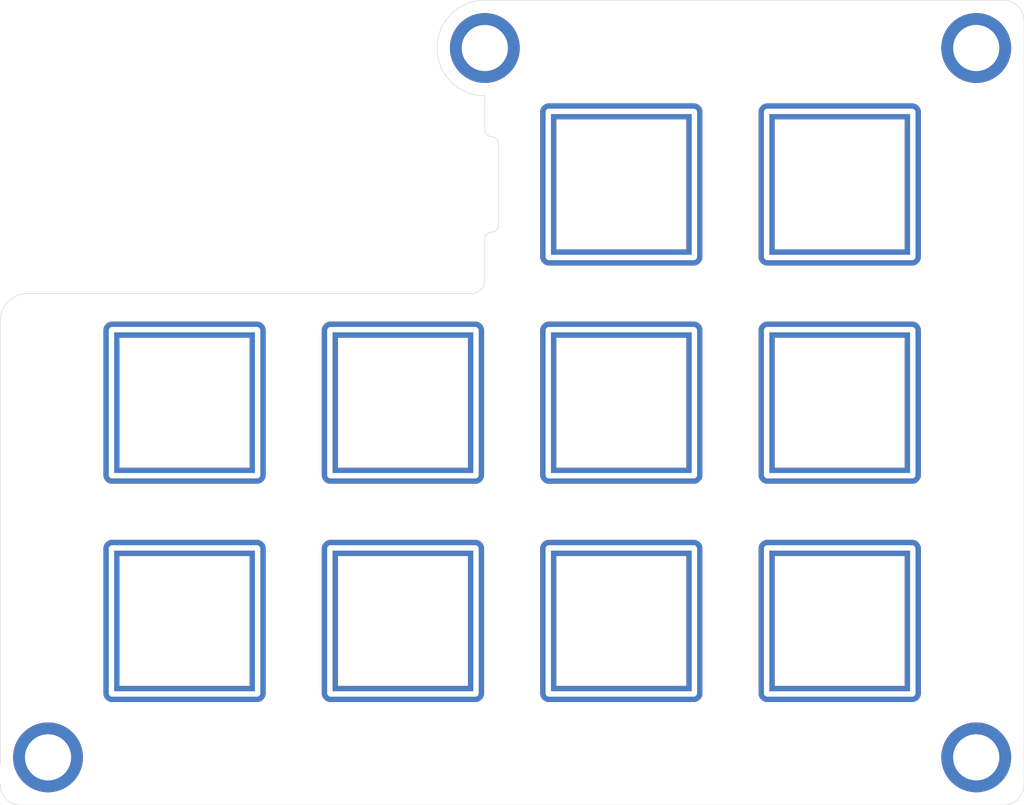
<source format=kicad_pcb>
(kicad_pcb (version 20221018) (generator pcbnew)
  (layers (0 "F.Cu" signal) (31 "B.Cu" signal) (34 "B.Paste" user) (35 "F.Paste" user) (36 "B.SilkS" user "B.Silkscreen") (37 "F.SilkS" user "F.Silkscreen") (38 "B.Mask" user) (39 "F.Mask" user) (44 "Edge.Cuts" user))
  (net 0 "")
  (net 1 "Col2")
  (net 2 "Col3")
  (net 3 "Col0")
  (net 4 "Col1")
  (footprint "kbd:M2_HOLE" (layer "F.Cu") (at 116.84 137.16)
    (fp_text reference "Ref**" hide)
    (fp_text value "Val**" hide)
    (pad "" thru_hole circle (at 0 0) (size 6.5 6.5) (drill 4.3) (layers "*.Cu" "*.Mask"))
  )
  (footprint "kbd:SW_Hole_TH" (layer "F.Cu") (at 129.54 124.46)
    (fp_text reference "SW7" hide)
    (fp_text value "SW_Push" hide)
    (pad "1" thru_hole oval (at -6.8 0) (size 1.5 15) (drill oval 0.5 14) (layers "*.Cu" "*.Mask") (net 3 "Col0"))
    (pad "1" thru_hole oval (at 0 -6.8 90) (size 1.5 15) (drill oval 0.5 14) (layers "*.Cu" "*.Mask") (net 3 "Col0"))
    (pad "1" thru_hole oval (at 0 6.8 90) (size 1.5 15) (drill oval 0.5 14) (layers "*.Cu" "*.Mask") (net 3 "Col0"))
    (pad "1" thru_hole oval (at 6.8 0) (size 1.5 15) (drill oval 0.5 14) (layers "*.Cu" "*.Mask") (net 3 "Col0"))
  )
  (footprint "kbd:SW_Hole_TH" (layer "F.Cu") (at 190.5 83.82)
    (fp_text reference "SW2" hide)
    (fp_text value "SW_Push" hide)
    (pad "1" thru_hole oval (at -6.8 0) (size 1.5 15) (drill oval 0.5 14) (layers "*.Cu" "*.Mask") (net 2 "Col3"))
    (pad "1" thru_hole oval (at 0 -6.8 90) (size 1.5 15) (drill oval 0.5 14) (layers "*.Cu" "*.Mask") (net 2 "Col3"))
    (pad "1" thru_hole oval (at 0 6.8 90) (size 1.5 15) (drill oval 0.5 14) (layers "*.Cu" "*.Mask") (net 2 "Col3"))
    (pad "1" thru_hole oval (at 6.8 0) (size 1.5 15) (drill oval 0.5 14) (layers "*.Cu" "*.Mask") (net 2 "Col3"))
  )
  (footprint "kbd:SW_Hole_TH" (layer "F.Cu") (at 190.5 124.46)
    (fp_text reference "SW10" hide)
    (fp_text value "SW_Push" hide)
    (pad "1" thru_hole oval (at -6.8 0) (size 1.5 15) (drill oval 0.5 14) (layers "*.Cu" "*.Mask") (net 2 "Col3"))
    (pad "1" thru_hole oval (at 0 -6.8 90) (size 1.5 15) (drill oval 0.5 14) (layers "*.Cu" "*.Mask") (net 2 "Col3"))
    (pad "1" thru_hole oval (at 0 6.8 90) (size 1.5 15) (drill oval 0.5 14) (layers "*.Cu" "*.Mask") (net 2 "Col3"))
    (pad "1" thru_hole oval (at 6.8 0) (size 1.5 15) (drill oval 0.5 14) (layers "*.Cu" "*.Mask") (net 2 "Col3"))
  )
  (footprint "kbd:SW_Hole_TH" (layer "F.Cu") (at 170.18 83.82)
    (fp_text reference "SW1" hide)
    (fp_text value "SW_Push" hide)
    (pad "1" thru_hole oval (at -6.8 0) (size 1.5 15) (drill oval 0.5 14) (layers "*.Cu" "*.Mask") (net 1 "Col2"))
    (pad "1" thru_hole oval (at 0 -6.8 90) (size 1.5 15) (drill oval 0.5 14) (layers "*.Cu" "*.Mask") (net 1 "Col2"))
    (pad "1" thru_hole oval (at 0 6.8 90) (size 1.5 15) (drill oval 0.5 14) (layers "*.Cu" "*.Mask") (net 1 "Col2"))
    (pad "1" thru_hole oval (at 6.8 0) (size 1.5 15) (drill oval 0.5 14) (layers "*.Cu" "*.Mask") (net 1 "Col2"))
  )
  (footprint "kbd:M2_HOLE" (layer "F.Cu") (at 203.2 71.12)
    (fp_text reference "Ref**" hide)
    (fp_text value "Val**" hide)
    (pad "" thru_hole circle (at 0 0) (size 6.5 6.5) (drill 4.3) (layers "*.Cu" "*.Mask"))
  )
  (footprint "kbd:SW_Hole_TH" (layer "F.Cu") (at 190.5 104.14)
    (fp_text reference "SW6" hide)
    (fp_text value "SW_Push" hide)
    (pad "1" thru_hole oval (at -6.8 0) (size 1.5 15) (drill oval 0.5 14) (layers "*.Cu" "*.Mask") (net 2 "Col3"))
    (pad "1" thru_hole oval (at 0 -6.8 90) (size 1.5 15) (drill oval 0.5 14) (layers "*.Cu" "*.Mask") (net 2 "Col3"))
    (pad "1" thru_hole oval (at 0 6.8 90) (size 1.5 15) (drill oval 0.5 14) (layers "*.Cu" "*.Mask") (net 2 "Col3"))
    (pad "1" thru_hole oval (at 6.8 0) (size 1.5 15) (drill oval 0.5 14) (layers "*.Cu" "*.Mask") (net 2 "Col3"))
  )
  (footprint "kbd:M2_HOLE" (layer "F.Cu") (at 157.48 71.12)
    (fp_text reference "Ref**" hide)
    (fp_text value "Val**" hide)
    (pad "" thru_hole circle (at 0 0) (size 6.5 6.5) (drill 4.3) (layers "*.Cu" "*.Mask"))
  )
  (footprint "kbd:SW_Hole_TH" (layer "F.Cu") (at 170.18 104.14)
    (fp_text reference "SW5" hide)
    (fp_text value "SW_Push" hide)
    (pad "1" thru_hole oval (at -6.8 0) (size 1.5 15) (drill oval 0.5 14) (layers "*.Cu" "*.Mask") (net 1 "Col2"))
    (pad "1" thru_hole oval (at 0 -6.8 90) (size 1.5 15) (drill oval 0.5 14) (layers "*.Cu" "*.Mask") (net 1 "Col2"))
    (pad "1" thru_hole oval (at 0 6.8 90) (size 1.5 15) (drill oval 0.5 14) (layers "*.Cu" "*.Mask") (net 1 "Col2"))
    (pad "1" thru_hole oval (at 6.8 0) (size 1.5 15) (drill oval 0.5 14) (layers "*.Cu" "*.Mask") (net 1 "Col2"))
  )
  (footprint "kbd:M2_HOLE" (layer "F.Cu") (at 203.2 137.16)
    (fp_text reference "Ref**" hide)
    (fp_text value "Val**" hide)
    (pad "" thru_hole circle (at 0 0) (size 6.5 6.5) (drill 4.3) (layers "*.Cu" "*.Mask"))
  )
  (footprint "kbd:SW_Hole_TH" (layer "F.Cu") (at 129.54 104.14)
    (fp_text reference "SW3" hide)
    (fp_text value "SW_Push" hide)
    (pad "1" thru_hole oval (at -6.8 0) (size 1.5 15) (drill oval 0.5 14) (layers "*.Cu" "*.Mask") (net 3 "Col0"))
    (pad "1" thru_hole oval (at 0 -6.8 90) (size 1.5 15) (drill oval 0.5 14) (layers "*.Cu" "*.Mask") (net 3 "Col0"))
    (pad "1" thru_hole oval (at 0 6.8 90) (size 1.5 15) (drill oval 0.5 14) (layers "*.Cu" "*.Mask") (net 3 "Col0"))
    (pad "1" thru_hole oval (at 6.8 0) (size 1.5 15) (drill oval 0.5 14) (layers "*.Cu" "*.Mask") (net 3 "Col0"))
  )
  (footprint "kbd:SW_Hole_TH" (layer "F.Cu") (at 149.86 104.14)
    (fp_text reference "SW4" hide)
    (fp_text value "SW_Push" hide)
    (pad "1" thru_hole oval (at -6.8 0) (size 1.5 15) (drill oval 0.5 14) (layers "*.Cu" "*.Mask") (net 4 "Col1"))
    (pad "1" thru_hole oval (at 0 -6.8 90) (size 1.5 15) (drill oval 0.5 14) (layers "*.Cu" "*.Mask") (net 4 "Col1"))
    (pad "1" thru_hole oval (at 0 6.8 90) (size 1.5 15) (drill oval 0.5 14) (layers "*.Cu" "*.Mask") (net 4 "Col1"))
    (pad "1" thru_hole oval (at 6.8 0) (size 1.5 15) (drill oval 0.5 14) (layers "*.Cu" "*.Mask") (net 4 "Col1"))
  )
  (footprint "kbd:SW_Hole_TH" (layer "F.Cu") (at 170.18 124.46)
    (fp_text reference "SW9" hide)
    (fp_text value "SW_Push" hide)
    (pad "1" thru_hole oval (at -6.8 0) (size 1.5 15) (drill oval 0.5 14) (layers "*.Cu" "*.Mask") (net 1 "Col2"))
    (pad "1" thru_hole oval (at 0 -6.8 90) (size 1.5 15) (drill oval 0.5 14) (layers "*.Cu" "*.Mask") (net 1 "Col2"))
    (pad "1" thru_hole oval (at 0 6.8 90) (size 1.5 15) (drill oval 0.5 14) (layers "*.Cu" "*.Mask") (net 1 "Col2"))
    (pad "1" thru_hole oval (at 6.8 0) (size 1.5 15) (drill oval 0.5 14) (layers "*.Cu" "*.Mask") (net 1 "Col2"))
  )
  (footprint "kbd:SW_Hole_TH" (layer "F.Cu") (at 149.86 124.46)
    (fp_text reference "SW8" hide)
    (fp_text value "SW_Push" hide)
    (pad "1" thru_hole oval (at -6.8 0) (size 1.5 15) (drill oval 0.5 14) (layers "*.Cu" "*.Mask") (net 4 "Col1"))
    (pad "1" thru_hole oval (at 0 -6.8 90) (size 1.5 15) (drill oval 0.5 14) (layers "*.Cu" "*.Mask") (net 4 "Col1"))
    (pad "1" thru_hole oval (at 0 6.8 90) (size 1.5 15) (drill oval 0.5 14) (layers "*.Cu" "*.Mask") (net 4 "Col1"))
    (pad "1" thru_hole oval (at 6.8 0) (size 1.5 15) (drill oval 0.5 14) (layers "*.Cu" "*.Mask") (net 4 "Col1"))
  )
  (gr_arc (start 112.395 96.52) (mid 113.138949 94.723949) (end 114.935 93.98) (stroke (width 0.05)) (layer "Edge.Cuts"))
  (gr_line (start 205.74 141.605) (end 114.3 141.605) (stroke (width 0.05)) (layer "Edge.Cuts"))
  (gr_line (start 157.48 91.44) (end 157.48 88.9) (stroke (width 0.05)) (layer "Edge.Cuts"))
  (gr_arc (start 158.115 79.375) (mid 157.665987 79.189013) (end 157.48 78.74) (stroke (width 0.05)) (layer "Edge.Cuts"))
  (gr_arc (start 157.48 75.565) (mid 153.035 71.12) (end 157.48 66.675) (stroke (width 0.05)) (layer "Edge.Cuts"))
  (gr_line (start 161.925 71.12) (end 161.925 71.12) (stroke (width 0.05)) (layer "Edge.Cuts"))
  (gr_line (start 157.48 75.565) (end 157.48 78.74) (stroke (width 0.05)) (layer "Edge.Cuts"))
  (gr_arc (start 114.3 141.605) (mid 112.952962 141.047038) (end 112.395 139.7) (stroke (width 0.05)) (layer "Edge.Cuts"))
  (gr_line (start 157.48 66.675) (end 205.74 66.675) (stroke (width 0.05)) (layer "Edge.Cuts"))
  (gr_arc (start 158.75 87.63) (mid 158.564013 88.079013) (end 158.115 88.265) (stroke (width 0.05)) (layer "Edge.Cuts"))
  (gr_line (start 157.48 91.44) (end 157.48 92.71) (stroke (width 0.05)) (layer "Edge.Cuts"))
  (gr_arc (start 205.74 66.675) (mid 207.087038 67.232962) (end 207.645 68.58) (stroke (width 0.05)) (layer "Edge.Cuts"))
  (gr_arc (start 157.48 92.71) (mid 157.108026 93.608026) (end 156.21 93.98) (stroke (width 0.05)) (layer "Edge.Cuts"))
  (gr_line (start 114.935 93.98) (end 156.21 93.98) (stroke (width 0.05)) (layer "Edge.Cuts"))
  (gr_line (start 112.395 137.795) (end 112.395 96.52) (stroke (width 0.05)) (layer "Edge.Cuts"))
  (gr_arc (start 158.115 79.375) (mid 158.564013 79.560987) (end 158.75 80.01) (stroke (width 0.05)) (layer "Edge.Cuts"))
  (gr_arc (start 207.645 139.7) (mid 207.087038 141.047038) (end 205.74 141.605) (stroke (width 0.05)) (layer "Edge.Cuts"))
  (gr_line (start 158.75 80.01) (end 158.75 87.63) (stroke (width 0.05)) (layer "Edge.Cuts"))
  (gr_line (start 207.645 68.58) (end 207.645 139.7) (stroke (width 0.05)) (layer "Edge.Cuts"))
  (gr_arc (start 157.48 88.9) (mid 157.665987 88.450987) (end 158.115 88.265) (stroke (width 0.05)) (layer "Edge.Cuts"))
)
</source>
